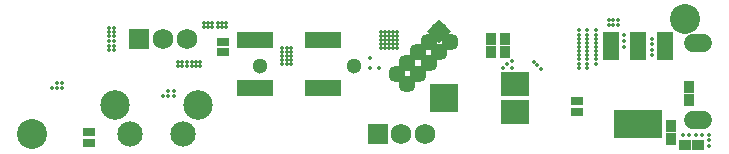
<source format=gbr>
G04 #@! TF.GenerationSoftware,KiCad,Pcbnew,(2016-12-18 revision 3ffa37c)-master*
G04 #@! TF.CreationDate,2017-03-26T15:10:27-07:00*
G04 #@! TF.ProjectId,Pensel,50656E73656C2E6B696361645F706362,rev?*
G04 #@! TF.FileFunction,Soldermask,Bot*
G04 #@! TF.FilePolarity,Negative*
%FSLAX46Y46*%
G04 Gerber Fmt 4.6, Leading zero omitted, Abs format (unit mm)*
G04 Created by KiCad (PCBNEW (2016-12-18 revision 3ffa37c)-master) date Sunday, March 26, 2017 'PMt' 03:10:27 PM*
%MOMM*%
%LPD*%
G01*
G04 APERTURE LIST*
%ADD10C,0.100000*%
%ADD11C,0.350000*%
%ADD12C,2.540000*%
%ADD13R,0.900000X1.000000*%
%ADD14O,2.400000X1.520000*%
%ADD15R,2.400000X2.400000*%
%ADD16R,2.400000X2.000000*%
%ADD17R,4.057600X2.432000*%
%ADD18R,1.416000X2.432000*%
%ADD19C,1.750000*%
%ADD20R,1.750000X1.750000*%
%ADD21R,3.150000X1.400000*%
%ADD22C,2.500000*%
%ADD23C,2.150000*%
%ADD24C,1.300000*%
%ADD25R,1.000000X0.900000*%
%ADD26C,1.450000*%
%ADD27R,1.000000X0.800000*%
G04 APERTURE END LIST*
D10*
D11*
X58475000Y-142275000D03*
X58475000Y-141150000D03*
X58475000Y-141925000D03*
X58825000Y-141925000D03*
X58825000Y-140800000D03*
X58825000Y-141575000D03*
X58825000Y-142275000D03*
X58475000Y-141575000D03*
X58825000Y-141150000D03*
X58475000Y-140800000D03*
X58475000Y-140450000D03*
X58825000Y-140450000D03*
X65425000Y-143675000D03*
X65775000Y-143325000D03*
X66125000Y-143325000D03*
X64650000Y-143325000D03*
X64650000Y-143675000D03*
X65775000Y-143675000D03*
X64300000Y-143325000D03*
X64300000Y-143675000D03*
X65000000Y-143675000D03*
X65000000Y-143325000D03*
X65425000Y-143325000D03*
X66125000Y-143675000D03*
X67975000Y-140050000D03*
X67975000Y-140400000D03*
X67625000Y-140050000D03*
X67625000Y-140400000D03*
X68325000Y-140400000D03*
X68325000Y-140050000D03*
X66850000Y-140050000D03*
X66850000Y-140400000D03*
X67200000Y-140400000D03*
X67200000Y-140050000D03*
X66500000Y-140400000D03*
X66500000Y-140050000D03*
X73825000Y-142800000D03*
X73125000Y-142100000D03*
X73475000Y-143150000D03*
X73825000Y-143150000D03*
X73475000Y-142100000D03*
X73825000Y-142100000D03*
X73125000Y-143150000D03*
X73825000Y-143500000D03*
X73125000Y-143500000D03*
X73475000Y-143500000D03*
X73825000Y-142450000D03*
X73125000Y-142800000D03*
X73475000Y-142800000D03*
X73125000Y-142450000D03*
X73475000Y-142450000D03*
X91800000Y-143850000D03*
X98900000Y-143800000D03*
X98200000Y-143800000D03*
X98900000Y-143450000D03*
X99675000Y-143450000D03*
X98200000Y-143450000D03*
X98900000Y-143100000D03*
X99675000Y-143100000D03*
X98200000Y-143100000D03*
X98900000Y-142750000D03*
X99675000Y-142750000D03*
X98200000Y-142750000D03*
X98900000Y-142400000D03*
X99675000Y-142400000D03*
X98200000Y-142400000D03*
X98900000Y-142050000D03*
X99675000Y-142050000D03*
X98200000Y-142050000D03*
X98900000Y-141700000D03*
X99675000Y-141700000D03*
X98200000Y-141700000D03*
X98900000Y-141350000D03*
X99675000Y-141350000D03*
X98200000Y-141350000D03*
X98900000Y-141000000D03*
X99675000Y-141000000D03*
X98200000Y-141000000D03*
X98900000Y-140650000D03*
X99675000Y-140650000D03*
X98200000Y-140650000D03*
X81450000Y-142150000D03*
X81800000Y-142150000D03*
X82150000Y-142150000D03*
X82500000Y-142150000D03*
X82850000Y-142150000D03*
X81450000Y-141800000D03*
X81800000Y-141800000D03*
X82150000Y-141800000D03*
X82500000Y-141800000D03*
X82850000Y-141800000D03*
X81450000Y-141450000D03*
X81800000Y-141450000D03*
X82150000Y-141450000D03*
X82500000Y-141450000D03*
X82850000Y-141450000D03*
X81450000Y-141100000D03*
X81800000Y-141100000D03*
X82150000Y-141100000D03*
X82500000Y-141100000D03*
X82850000Y-141100000D03*
X81450000Y-140750000D03*
X81800000Y-140750000D03*
X82150000Y-140750000D03*
X82500000Y-140750000D03*
X53625000Y-145500000D03*
X54025000Y-145500000D03*
X54025000Y-145100000D03*
X54425000Y-145100000D03*
X54425000Y-145500000D03*
X63475000Y-145750000D03*
X63975000Y-145750000D03*
X63975000Y-146175000D03*
X63475000Y-146175000D03*
X62975000Y-146175000D03*
X101125000Y-139750000D03*
X101125000Y-140225000D03*
X100750000Y-140225000D03*
X101500000Y-140225000D03*
X102025000Y-141525000D03*
D12*
X107225000Y-139650000D03*
X51950000Y-149400000D03*
D11*
X94400000Y-143300000D03*
X104400000Y-141825000D03*
X104400000Y-142275000D03*
X104400000Y-142750000D03*
X107025000Y-149475000D03*
X107575000Y-149475000D03*
X108100000Y-149475000D03*
X108650000Y-149475000D03*
X109225000Y-149475000D03*
X109225000Y-149925000D03*
X109225000Y-150400000D03*
D13*
X107525000Y-145450000D03*
X107525000Y-146550000D03*
D14*
X108300000Y-148255000D03*
X108300000Y-141745000D03*
D15*
X86800000Y-146400000D03*
D16*
X92800000Y-145225000D03*
X92800000Y-147575000D03*
D11*
X94675000Y-143575000D03*
X82850000Y-140750000D03*
X94975000Y-143875000D03*
D17*
X103250000Y-148552000D03*
D18*
X103250000Y-141948000D03*
X105536000Y-141948000D03*
X100964000Y-141948000D03*
D11*
X104400000Y-141375000D03*
X101500000Y-139750000D03*
X100750000Y-139750000D03*
D19*
X85200000Y-149400000D03*
X83200000Y-149400000D03*
D20*
X81200000Y-149400000D03*
D11*
X81300000Y-143800000D03*
X80500000Y-143000000D03*
X80500000Y-143800000D03*
X92575000Y-143800000D03*
X92600000Y-143250000D03*
X92175000Y-143475000D03*
X102025000Y-141000000D03*
X102025000Y-142025000D03*
D21*
X70825000Y-145500000D03*
X76575000Y-145500000D03*
X76575000Y-141500000D03*
X70825000Y-141500000D03*
D22*
X58940000Y-146960000D03*
D23*
X60200000Y-149450000D03*
X64700000Y-149450000D03*
D22*
X65950000Y-146960000D03*
D24*
X79200000Y-143700000D03*
X71200000Y-143700000D03*
D13*
X92000000Y-142500000D03*
X92000000Y-141400000D03*
X90800000Y-142500000D03*
X90800000Y-141400000D03*
D25*
X108300000Y-150350000D03*
X107200000Y-150350000D03*
D13*
X106000000Y-148700000D03*
X106000000Y-149800000D03*
D26*
X86396051Y-140703949D03*
D10*
G36*
X85370746Y-140703949D02*
X86396051Y-139678644D01*
X87421356Y-140703949D01*
X86396051Y-141729254D01*
X85370746Y-140703949D01*
X85370746Y-140703949D01*
G37*
D26*
X85498025Y-141601975D03*
X84600000Y-142500000D03*
X83701974Y-143398026D03*
X82803949Y-144296051D03*
X86396051Y-142500000D03*
X85498025Y-143398026D03*
X84600000Y-144296051D03*
X83701974Y-145194077D03*
X87294077Y-141601975D03*
D20*
X61000000Y-141400000D03*
D19*
X63000000Y-141400000D03*
X65000000Y-141400000D03*
D27*
X68100000Y-142500000D03*
X68100000Y-141600000D03*
X56750000Y-150150000D03*
X56750000Y-149250000D03*
X98025000Y-147550000D03*
X98025000Y-146650000D03*
M02*

</source>
